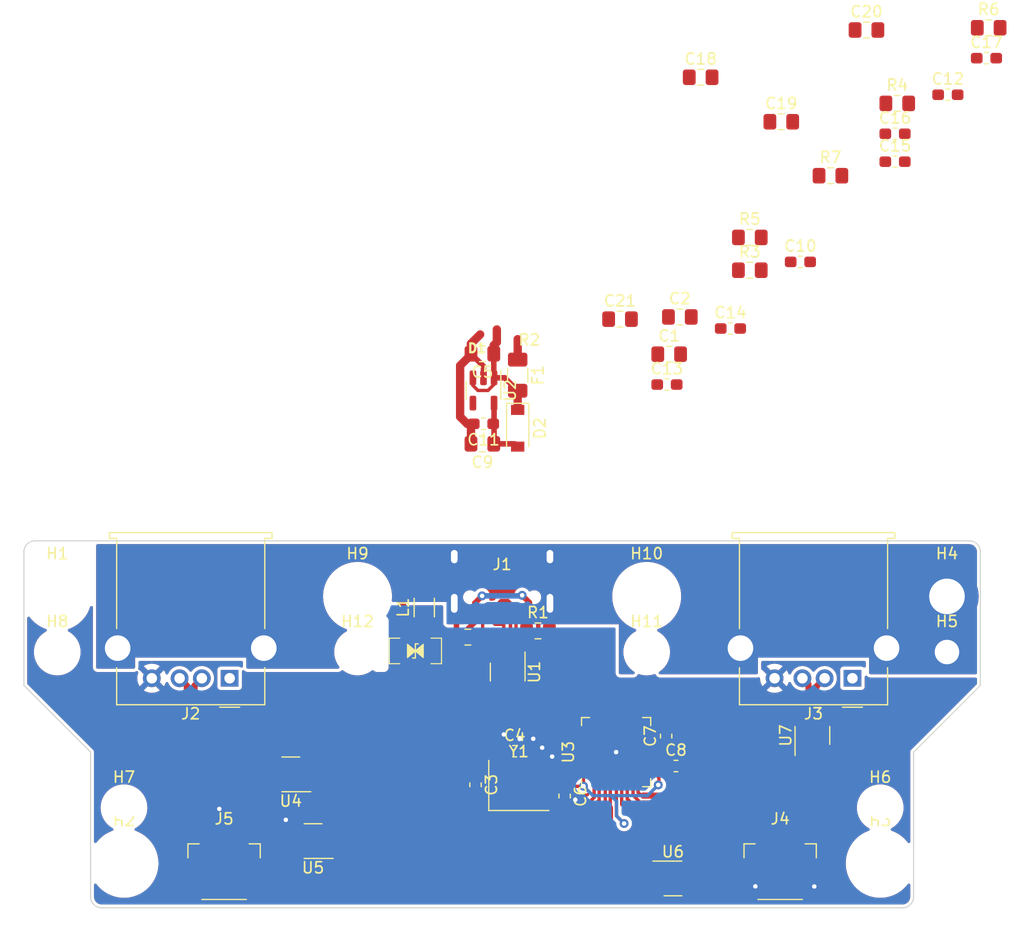
<source format=kicad_pcb>
(kicad_pcb (version 20210126) (generator pcbnew)
  (layers (0 "F.Cu" signal) (31 "B.Cu" signal) (34 "B.Paste" user) (35 "F.Paste" user) (36 "B.SilkS" user "B.Silkscreen") (37 "F.SilkS" user "F.Silkscreen") (38 "B.Mask" user) (39 "F.Mask" user) (44 "Edge.Cuts" user))
  (net 0 "")
  (net 1 "GND")
  (net 2 "+3V3")
  (net 3 "VCC")
  (net 4 "VBUS")
  (net 5 "GNDPWR")
  (net 6 "D1+")
  (net 7 "D1-")
  (net 8 "D2+")
  (net 9 "D2-")
  (net 11 "Net-(R5-Pad2)")
  (net 12 "Net-(R6-Pad2)")
  (net 13 "Net-(R7-Pad2)")
  (net 14 "Net-(C4-Pad2)")
  (net 15 "Net-(J1-PadB5)")
  (net 17 "Net-(J1-PadA5)")
  (net 27 "D4+")
  (net 28 "D4-")
  (net 29 "D3+")
  (net 30 "D3-")
  (net 35 "Net-(C3-Pad2)")
  (net 37 "DUP+")
  (net 38 "DUP-")
  (net 39 "DUPP-")
  (net 40 "DUPP+")
  (net 41 "D1P-")
  (net 42 "D1P+")
  (net 43 "D2P-")
  (net 44 "D2P+")
  (net 45 "D3P-")
  (net 46 "D3P+")
  (net 47 "D4P-")
  (net 48 "D4P+")
  (footprint "MountingHole:MountingHole_2.2mm_M2_ISO7380" (layer "F.Cu") (at -40 7)
    (fp_text reference "H8")
    (fp_text value "MountingHole")
  )
  (footprint "Diode_SMD:D_SOD-123" (layer "F.Cu") (at 1.4 -13.11875 -90)
    (fp_text reference "D2")
    (fp_text value "1N5819")
  )
  (footprint "Capacitor_SMD:C_0805_2012Metric_Pad1.15x1.40mm_HandSolder" (layer "F.Cu") (at 17.851792 -44.68)
    (fp_text reference "C18")
    (fp_text value "10u")
  )
  (footprint "Package_TO_SOT_SMD:SOT-23-6" (layer "F.Cu") (at -19 18 180)
    (fp_text reference "U4")
    (fp_text value "USBLC6-2SC6")
  )
  (footprint "Capacitor_SMD:C_0603_1608Metric_Pad1.05x0.95mm_HandSolder" (layer "F.Cu") (at 14.75 14.56 90)
    (fp_text reference "C7")
    (fp_text value "100nF")
  )
  (footprint "Inductor_SMD:L_1206_3216Metric" (layer "F.Cu") (at -7 3 90)
    (fp_text reference "L1")
    (fp_text value "60R@100MHz")
  )
  (footprint "Capacitor_SMD:C_0603_1608Metric_Pad1.05x0.95mm_HandSolder" (layer "F.Cu") (at -1.675 -13.51875 180)
    (fp_text reference "C11")
    (fp_text value "100nF")
  )
  (footprint "Connector_USB:USB_A_Molex_67643_Horizontal" (layer "F.Cu") (at -24.5 9.36 180)
    (fp_text reference "J2")
    (fp_text value "USB_A")
  )
  (footprint "MountingHole:MountingHole_2.2mm_M2_ISO7380" (layer "F.Cu") (at -13 7)
    (fp_text reference "H12")
    (fp_text value "MountingHole")
  )
  (footprint "MountingHole:MountingHole_2.2mm_M2_ISO7380" (layer "F.Cu") (at -34 21)
    (fp_text reference "H7")
    (fp_text value "MountingHole")
  )
  (footprint "Resistor_SMD:R_0805_2012Metric_Pad1.15x1.40mm_HandSolder" (layer "F.Cu") (at 43.751792 -49.13)
    (fp_text reference "R6")
    (fp_text value "56k")
  )
  (footprint "Package_TO_SOT_SMD:SOT-23-6" (layer "F.Cu") (at 27.9 14.5 90)
    (fp_text reference "U7")
    (fp_text value "USBLC6-2SC6")
  )
  (footprint "Capacitor_SMD:C_0603_1608Metric_Pad1.05x0.95mm_HandSolder" (layer "F.Cu") (at 43.551792 -46.4)
    (fp_text reference "C17")
    (fp_text value "100nF")
  )
  (footprint "Package_TO_SOT_SMD:SOT-23-6" (layer "F.Cu") (at -17 24 180)
    (fp_text reference "U5")
    (fp_text value "USBLC6-2SC6")
  )
  (footprint "MountingHole:MountingHole_2.2mm_M2_ISO7380" (layer "F.Cu") (at 13 7)
    (fp_text reference "H11")
    (fp_text value "MountingHole")
  )
  (footprint "Capacitor_SMD:C_0603_1608Metric_Pad1.05x0.95mm_HandSolder" (layer "F.Cu") (at 35.331792 -39.6)
    (fp_text reference "C16")
    (fp_text value "100nF")
  )
  (footprint "Capacitor_SMD:C_0805_2012Metric_Pad1.15x1.40mm_HandSolder" (layer "F.Cu") (at -1.775 -11.71875 180)
    (fp_text reference "C9")
    (fp_text value "1u")
  )
  (footprint "AcheronComponents:D_SOD-123_Bidirectional" (layer "F.Cu") (at -7.8 6.9)
    (fp_text reference "D1")
    (fp_text value "SMF9.0CA")
  )
  (footprint "Capacitor_SMD:C_0805_2012Metric_Pad1.15x1.40mm_HandSolder" (layer "F.Cu") (at 25.101792 -40.68)
    (fp_text reference "C19")
    (fp_text value "10u")
  )
  (footprint "MountingHole:MountingHole_2.2mm_M2_ISO7380" (layer "F.Cu") (at 34 21)
    (fp_text reference "H6")
    (fp_text value "MountingHole")
  )
  (footprint "MountingHole:MountingHole_3.2mm_M3_ISO7380" (layer "F.Cu") (at -13 2)
    (fp_text reference "H9")
    (fp_text value "MountingHole")
  )
  (footprint "Capacitor_SMD:C_0603_1608Metric_Pad1.05x0.95mm_HandSolder" (layer "F.Cu") (at 26.821792 -28.08)
    (fp_text reference "C10")
    (fp_text value "100nF")
  )
  (footprint "Package_DFN_QFN:QFN-36-1EP_6x6mm_P0.5mm_EP3.7x3.7mm" (layer "F.Cu") (at 10.25 16 90)
    (fp_text reference "U3")
    (fp_text value "USB2514B_Bi")
  )
  (footprint "MountingHole:MountingHole_3.2mm_M3_ISO7380" (layer "F.Cu") (at 34 26)
    (fp_text reference "H3")
    (fp_text value "MountingHole")
  )
  (footprint "Crystal:Crystal_SMD_3225-4Pin_3.2x2.5mm_HandSoldering" (layer "F.Cu") (at 1.5 19)
    (fp_text reference "Y1")
    (fp_text value "Crystal_GND24")
  )
  (footprint "Capacitor_SMD:C_0603_1608Metric_Pad1.05x0.95mm_HandSolder" (layer "F.Cu") (at 15.63 17.25)
    (fp_text reference "C8")
    (fp_text value "100nF")
  )
  (footprint "Capacitor_SMD:C_0603_1608Metric_Pad1.05x0.95mm_HandSolder" (layer "F.Cu") (at 14.821792 -17.05)
    (fp_text reference "C13")
    (fp_text value "100nF")
  )
  (footprint "Capacitor_SMD:C_0603_1608Metric_Pad1.05x0.95mm_HandSolder" (layer "F.Cu") (at 5.62 19.95 -90)
    (fp_text reference "C6")
    (fp_text value "100nF")
  )
  (footprint "Fuse:Fuse_1206_3216Metric" (layer "F.Cu") (at 1.4 -17.89375 -90)
    (fp_text reference "F1")
    (fp_text value "ASMD1206-150")
  )
  (footprint "Resistor_SMD:R_0805_2012Metric_Pad1.15x1.40mm_HandSolder" (layer "F.Cu") (at 22.271792 -30.28)
    (fp_text reference "R5")
    (fp_text value "12k")
  )
  (footprint "AcheronConnectors:SM04B-SRSS-TB(LF)(SN)" (layer "F.Cu") (at 25 25)
    (fp_text reference "J4")
    (fp_text value "SM04B-SRSS-TB(LF)(SN)")
  )
  (footprint "MountingHole:MountingHole_3.2mm_M3_ISO7380_Pad" (layer "F.Cu") (at 40 2)
    (fp_text reference "H4")
    (fp_text value "MountingHole_Pad")
  )
  (footprint "Package_TO_SOT_SMD:SOT-23-6" (layer "F.Cu") (at 15.3625 27.36)
    (fp_text reference "U6")
    (fp_text value "USBLC6-2SC6")
  )
  (footprint "Connector_USB:USB_A_Molex_67643_Horizontal" (layer "F.Cu") (at 31.5 9.36 180)
    (fp_text reference "J3")
    (fp_text value "USB_A")
  )
  (footprint "MountingHole:MountingHole_2.2mm_M2_ISO7380_Pad" (layer "F.Cu") (at 40 7)
    (fp_text reference "H5")
    (fp_text value "MountingHole_Pad")
  )
  (footprint "Capacitor_SMD:C_0805_2012Metric_Pad1.15x1.40mm_HandSolder" (layer "F.Cu") (at 15.021792 -19.78)
    (fp_text reference "C1")
    (fp_text value "10u")
  )
  (footprint "Capacitor_SMD:C_0603_1608Metric_Pad1.05x0.95mm_HandSolder" (layer "F.Cu") (at 40.081792 -43.11)
    (fp_text reference "C12")
    (fp_text value "100nF")
  )
  (footprint "MountingHole:MountingHole_3.2mm_M3_ISO7380" (layer "F.Cu") (at -40 2)
    (fp_text reference "H1")
    (fp_text value "MountingHole")
  )
  (footprint "AcheronConnectors:TYPE-C-31-M-12" (layer "F.Cu") (at 0 4.1225 180)
    (fp_text reference "J1")
    (fp_text value "TYPE-C-31-M12_13")
  )
  (footprint "Resistor_SMD:R_0805_2012Metric_Pad1.15x1.40mm_HandSolder" (layer "F.Cu") (at -3.08 5.66 180)
    (fp_text reference "R2")
    (fp_text value "5.1k")
  )
  (footprint "Package_TO_SOT_SMD:SOT-23-5" (layer "F.Cu") (at -1.675 -16.51875 -90)
    (fp_text reference "U2")
    (fp_text value "AP2112K-3.3")
  )
  (footprint "Capacitor_SMD:C_0603_1608Metric_Pad1.05x0.95mm_HandSolder" (layer "F.Cu") (at 1.13 15.92)
    (fp_text reference "C4")
    (fp_text value "18pF")
  )
  (footprint "MountingHole:MountingHole_3.2mm_M3_ISO7380" (layer "F.Cu") (at 13 2)
    (fp_text reference "H10")
    (fp_text value "MountingHole")
  )
  (footprint "Capacitor_SMD:C_0603_1608Metric_Pad1.05x0.95mm_HandSolder" (layer "F.Cu") (at -2.39 18.94 -90)
    (fp_text reference "C3")
    (fp_text value "18pF")
  )
  (footprint "Capacitor_SMD:C_0603_1608Metric_Pad1.05x0.95mm_HandSolder" (layer "F.Cu") (at 20.531792 -22.09)
    (fp_text reference "C14")
    (fp_text value "100nF")
  )
  (footprint "Capacitor_SMD:C_0603_1608Metric_Pad1.05x0.95mm_HandSolder" (layer "F.Cu") (at 35.331792 -37.09)
    (fp_text reference "C15")
    (fp_text value "100nF")
  )
  (footprint "Capacitor_SMD:C_0805_2012Metric_Pad1.15x1.40mm_HandSolder" (layer "F.Cu") (at 32.761792 -48.93)
    (fp_text reference "C20")
    (fp_text value "10u")
  )
  (footprint "Capacitor_SMD:C_0805_2012Metric_Pad1.15x1.40mm_HandSolder" (layer "F.Cu") (at 10.601792 -22.93)
    (fp_text reference "C21")
    (fp_text value "10u")
  )
  (footprint "Resistor_SMD:R_0805_2012Metric_Pad1.15x1.40mm_HandSolder" (layer "F.Cu") (at 3.225 5.1)
    (fp_text reference "R1")
    (fp_text value "5.1k")
  )
  (footprint "Package_TO_SOT_SMD:SOT-23-6" (layer "F.Cu") (at 0.5 8.8 -90)
    (fp_text reference "U1")
    (fp_text value "USBLC6-2SC6")
  )
  (footprint "Resistor_SMD:R_0805_2012Metric_Pad1.15x1.40mm_HandSolder" (layer "F.Cu") (at 22.271792 -27.33)
    (fp_text reference "R3")
    (fp_text value "100k")
  )
  (footprint "Capacitor_SMD:C_0805_2012Metric_Pad1.15x1.40mm_HandSolder" (layer "F.Cu") (at -1.775 -19.81875 180)
    (fp_text reference "C5")
    (fp_text value "1u")
  )
  (footprint "AcheronConnectors:SM04B-SRSS-TB(LF)(SN)" (layer "F.Cu") (at -25 25)
    (fp_text reference "J5")
    (fp_text value "SM04B-SRSS-TB(LF)(SN)")
  )
  (footprint "MountingHole:MountingHole_3.2mm_M3_ISO7380" (layer "F.Cu") (at -34 26)
    (fp_text reference "H2")
    (fp_text value "MountingHole")
  )
  (footprint "Capacitor_SMD:C_0805_2012Metric_Pad1.15x1.40mm_HandSolder" (layer "F.Cu") (at 15.981792 -23.13)
    (fp_text reference "C2")
    (fp_text value "10u")
  )
  (footprint "Resistor_SMD:R_0805_2012Metric_Pad1.15x1.40mm_HandSolder" (layer "F.Cu") (at 29.521792 -35.83)
    (fp_text reference "R7")
    (fp_text value "56k")
  )
  (footprint "Resistor_SMD:R_0805_2012Metric_Pad1.15x1.40mm_HandSolder" (layer "F.Cu") (at 35.531792 -42.33)
    (fp_text reference "R4")
    (fp_text value "1M")
  )
  (gr_arc (start -42 -2) (end -43 -2) (angle 90) (layer "Edge.Cuts") (width 0.1))
  (gr_arc (start 42 -2) (end 43 -2) (angle -90) (layer "Edge.Cuts") (width 0.1))
  (gr_line (start 42 -3) (end -42 -3) (layer "Edge.Cuts") (width 0.1))
  (gr_line (start -37 16) (end -37 29) (layer "Edge.Cuts") (width 0.1))
  (gr_line (start -43 -2) (end -43 10) (layer "Edge.Cuts") (width 0.1))
  (gr_arc (start -36 29) (end -36 30) (angle 90) (layer "Edge.Cuts") (width 0.1))
  (gr_line (start 37 16) (end 37 29) (layer "Edge.Cuts") (width 0.1))
  (gr_line (start 43 10) (end 37 16) (layer "Edge.Cuts") (width 0.1))
  (gr_arc (start 36 29) (end 37 29) (angle 90) (layer "Edge.Cuts") (width 0.1))
  (gr_line (start 36 30) (end -36 30) (layer "Edge.Cuts") (width 0.1))
  (gr_line (start -43 10) (end -37 16) (layer "Edge.Cuts") (width 0.1))
  (gr_line (start 43 -2) (end 43 10) (layer "Edge.Cuts") (width 0.1))
  (segment (start -7.5 7.5) (end -7.5 5.075) (width 0.75) (layer "F.Cu") (net 1))
  (segment (start -2.8 -19.73125) (end -3.775 -18.75625) (width 0.75) (layer "F.Cu") (net 1))
  (segment (start -3.1375 -13.51875) (end -2.55 -13.51875) (width 0.75) (layer "F.Cu") (net 1))
  (segment (start -3.775 -18.75625) (end -3.775 -14.15625) (width 0.75) (layer "F.Cu") (net 1))
  (segment (start -2.8 -20.73125) (end -1.975 -21.55625) (width 0.75) (layer "F.Cu") (net 1))
  (segment (start 10.25 16) (end 10.25 15.45) (width 0.5) (layer "F.Cu") (net 1))
  (segment (start -1.675 -18.69375) (end -2.8 -19.81875) (width 0.5) (layer "F.Cu") (net 1))
  (segment (start -2.8 -19.81875) (end -2.8 -19.73125) (width 0.75) (layer "F.Cu") (net 1))
  (segment (start -1.675 -17.65625) (end -1.675 -18.69375) (width 0.5) (layer "F.Cu") (net 1))
  (segment (start -7.5 5.075) (end -7 4.575) (width 0.75) (layer "F.Cu") (net 1))
  (segment (start -2.8 -13.26875) (end -2.55 -13.51875) (width 0.75) (layer "F.Cu") (net 1))
  (segment (start 10.25 15.45) (end 10.3 15.4) (width 0.5) (layer "F.Cu") (net 1))
  (segment (start -2.8 -19.81875) (end -2.8 -20.73125) (width 0.75) (layer "F.Cu") (net 1))
  (segment (start -2.8 -11.71875) (end -2.8 -13.26875) (width 0.75) (layer "F.Cu") (net 1))
  (segment (start -3.775 -14.15625) (end -3.1375 -13.51875) (width 0.75) (layer "F.Cu") (net 1))
  (segment (start 10.25 16) (end 13.15 13.1) (width 0.3) (layer "F.Cu") (net 1))
  (via (at -19.45 22.09) (size 0.8) (drill 0.4) (layers "F.Cu" "B.Cu") (net 1))
  (via (at 3.6 15.6) (size 0.8) (drill 0.4) (layers "F.Cu" "B.Cu") (net 1))
  (via (at 10.25 16) (size 0.8) (drill 0.4) (layers "F.Cu" "B.Cu") (net 1))
  (via (at 22.77 28.07) (size 0.8) (drill 0.4) (layers "F.Cu" "B.Cu") (net 1))
  (via (at 4.5 16.4) (size 0.8) (drill 0.4) (layers "F.Cu" "B.Cu") (net 1))
  (via (at -25.43 21.11) (size 0.8) (drill 0.4) (layers "F.Cu" "B.Cu") (net 1))
  (via (at 2.8 14.8) (size 0.8) (drill 0.4) (layers "F.Cu" "B.Cu") (net 1))
  (via (at 6.58 20.29) (size 0.8) (drill 0.4) (layers "F.Cu" "B.Cu") (net 1))
  (via (at 1.58 14.82) (size 0.8) (drill 0.4) (layers "F.Cu" "B.Cu") (net 1))
  (via (at 0.16 14.41) (size 0.8) (drill 0.4) (layers "F.Cu" "B.Cu") (net 1))
  (via (at 28.07 28.08) (size 0.8) (drill 0.4) (layers "F.Cu" "B.Cu") (net 1))
  (segment (start 10.25 18.9375) (end 10.27862 18.96612) (width 0.3) (layer "F.Cu") (net 2))
  (segment (start 14.1 18.89) (end 14.04 18.95) (width 0.3) (layer "F.Cu") (net 2))
  (segment (start 13.81 18) (end 14.1 18.29) (width 0.3) (layer "F.Cu") (net 2))
  (segment (start 7.305 19.075) (end 7.32 19.06) (width 0.3) (layer "F.Cu") (net 2))
  (segment (start 13.1875 18) (end 13.81 18) (width 0.3) (layer "F.Cu") (net 2))
  (segment (start 13.955 15.435) (end 14.75 15.435) (width 0.3) (layer "F.Cu") (net 2))
  (segment (start 14.39 17.42) (end 13.81 18) (width 0.3) (layer "F.Cu") (net 2))
  (segment (start -0.725 -15.38125) (end -0.725 -11.74375) (width 0.5) (layer "F.Cu") (net 2))
  (segment (start 7.3125 19.0525) (end 7.32 19.06) (width 0.3) (layer "F.Cu") (net 2))
  (segment (start 5.62 19.075) (end 7.305 19.075) (width 0.3) (layer "F.Cu") (net 2))
  (segment (start 10.27862 21.72862) (end 10.97 22.42) (width 0.3) (layer "F.Cu") (net 2))
  (segment (start -0.75 -11.71875) (end 1.15 -11.71875) (width 0.5) (layer "F.Cu") (net 2))
  (segment (start 14.755 17.25) (end 14.755 15.44) (width 0.5) (layer "F.Cu") (net 2))
  (segment (start 13.89 15.5) (end 13.955 15.435) (width 0.3) (layer "F.Cu") (net 2))
  (segment (start 7.3125 18) (end 7.3125 19.0525) (width 0.3) (layer "F.Cu") (net 2))
  (segment (start -0.725 -11.74375) (end -0.75 -11.71875) (width 0.5) (layer "F.Cu") (net 2))
  (segment (start 14.1 18.29) (end 14.1 18.89) (width 0.3) (layer "F.Cu") (net 2))
  (segment (start 14.755 15.44) (end 14.75 15.435) (width 0.5) (layer "F.Cu") (net 2))
  (segment (start 13.1875 15.5) (end 13.89 15.5) (width 0.3) (layer "F.Cu") (net 2))
  (segment (start 10.27862 18.96612) (end 10.27862 21.72862) (width 0.3) (layer "F.Cu") (net 2))
  (via (at 10.97 22.42) (size 0.8) (drill 0.4) (layers "F.Cu" "B.Cu") (net 2))
  (via (at 14.04 18.95) (size 0.8) (drill 0.4) (layers "F.Cu" "B.Cu") (net 2))
  (via (at 7.32 19.06) (size 0.8) (drill 0.4) (layers "F.Cu" "B.Cu") (net 2))
  (segment (start 8.17 19.91) (end 9.78 19.91) (width 0.3) (layer "B.Cu") (net 2))
  (segment (start 7.32 19.06) (end 8.17 19.91) (width 0.3) (layer "B.Cu") (net 2))
  (segment (start 10.29 21.74) (end 10.97 22.42) (width 0.3) (layer "B.Cu") (net 2))
  (segment (start 13.08 19.91) (end 14.04 18.95) (width 0.3) (layer "B.Cu") (net 2))
  (segment (start 9.78 19.91) (end 13.08 19.91) (width 0.3) (layer "B.Cu") (net 2))
  (segment (start 9.78 19.91) (end 10.29 20.42) (width 0.3) (layer "B.Cu") (net 2))
  (segment (start 10.29 20.42) (end 10.29 21.74) (width 0.3) (layer "B.Cu") (net 2))
  (segment (start -0.75 -20.58125) (end -0.475 -20.85625) (width 0.75) (layer "F.Cu") (net 3))
  (segment (start -0.725 -17.65625) (end 0.2375 -17.65625) (width 0.5) (layer "F.Cu") (net 3))
  (segment (start -0.725 -17.06875) (end -0.725 -17.65625) (width 0.3) (layer "F.Cu") (net 3))
  (segment (start -0.75 -17.68125) (end -0.725 -17.65625) (width 0.5) (layer "F.Cu") (net 3))
  (segment (start -0.75 -19.81875) (end -0.75 -17.68125) (width 0.5) (layer "F.Cu") (net 3))
  (segment (start 0.2375 -17.65625) (end 1.4 -16.49375) (width 0.5) (layer "F.Cu") (net 3))
  (segment (start -26.5 24.225) (end -26.5 20.91) (width 0.5) (layer "F.Cu") (net 3))
  (segment (start -0.475 -20.85625) (end -0.475 -22.00625) (width 0.75) (layer "F.Cu") (net 3))
  (segment (start -25.37 19.78) (end -21.3 19.78) (width 0.5) (layer "F.Cu") (net 3))
  (segment (start -17 23.38) (end -17 22.2) (width 0.3) (layer "F.Cu") (net 3))
  (segment (start -2.625 -17.65625) (end -2.625 -16.96875) (width 0.3) (layer "F.Cu") (net 3))
  (segment (start -18.18 21.02) (end -17 22.2) (width 0.5) (layer "F.Cu") (net 3))
  (segment (start -2.175 -16.51875) (end -1.275 -16.51875) (width 0.3) (layer "F.Cu") (net 3))
  (segment (start -1.275 -16.51875) (end -0.725 -17.06875) (width 0.3) (layer "F.Cu") (net 3))
  (segment (start -0.75 -19.81875) (end -0.75 -20.58125) (width 0.75) (layer "F.Cu") (net 3))
  (segment (start -20.06 21.02) (end -18.18 21.02) (width 0.5) (layer "F.Cu") (net 3))
  (segment (start -6 7.05) (end -6.15 6.9) (width 0.75) (layer "F.Cu") (net 3))
  (segment (start -26.5 20.91) (end -25.37 19.78) (width 0.5) (layer "F.Cu") (net 3))
  (segment (start -21.3 19.78) (end -20.06 21.02) (width 0.5) (layer "F.Cu") (net 3))
  (segment (start 1.4 -14.76875) (end 1.4 -16.49375) (width 0.75) (layer "F.Cu") (net 3))
  (segment (start -17.62 24) (end -17 23.38) (width 0.3) (layer "F.Cu") (net 3))
  (segment (start -18.1375 24) (end -17.62 24) (width 0.3) (layer "F.Cu") (net 3))
  (segment (start -2.625 -16.96875) (end -2.175 -16.51875) (width 0.3) (layer "F.Cu") (net 3))
  (segment (start 1.4 -19.29375) (end 1.4 -21.13125) (width 0.75) (layer "F.Cu") (net 4))
  (segment (start 2.45 2.55) (end 1.8 1.9) (width 0.5) (layer "F.Cu") (net 4))
  (segment (start -2.75 7.2) (end -2.675 7.2) (width 0.5) (layer "F.Cu") (net 4))
  (segment (start 2.45 3.3975) (end 2.45 2.55) (width 0.5) (layer "F.Cu") (net 4))
  (segment (start -1.075 8.8) (end -1 8.8) (width 0.5) (layer "F.Cu") (net 4))
  (segment (start 0 8.8) (end -1 8.8) (width 0.4) (layer "F.Cu") (net 4))
  (segment (start -2.675 7.2) (end -1.775 8.1) (width 0.5) (layer "F.Cu") (net 4))
  (segment (start -2.675 7.2) (end -1.075 8.8) (width 0.5) (layer "F.Cu") (net 4))
  (segment (start -2.45 3.3975) (end -2.45 4.3) (width 0.5) (layer "F.Cu") (net 4))
  (segment (start 0.5 9.3) (end 0 8.8) (width 0.4) (layer "F.Cu") (net 4))
  (segment (start -2.45 3.3975) (end -2.45 2.6) (width 0.5) (layer "F.Cu") (net 4))
  (segment (start -3.06242 4.91242) (end -3.06242 6.88758) (width 0.5) (layer "F.Cu") (net 4))
  (segment (start -3.06242 6.88758) (end -2.75 7.2) (width 0.5) (layer "F.Cu") (net 4))
  (segment (start -2.45 4.3) (end -3.06242 4.91242) (width 0.5) (layer "F.Cu") (net 4))
  (segment (start -2.45 2.6) (end -1.8 1.95) (width 0.5) (layer "F.Cu") (net 4))
  (segment (start 0.5 9.9375) (end 0.5 9.3) (width 0.4) (layer "F.Cu") (net 4))
  (segment (start -4.125 7.925) (end -3.4 7.2) (width 0.75) (layer "F.Cu") (net 4))
  (segment (start -3.4 7.2) (end -2.75 7.2) (width 0.75) (layer "F.Cu") (net 4))
  (via (at 1.8 1.9) (size 0.8) (drill 0.4) (layers "F.Cu" "B.Cu") (net 4))
  (via (at -1.8 1.95) (size 0.8) (drill 0.4) (layers "F.Cu" "B.Cu") (net 4))
  (segment (start -1.8 1.95) (end 1.75 1.95) (width 0.5) (layer "B.Cu") (net 4))
  (segment (start 1.75 1.95) (end 1.8 1.9) (width 0.5) (layer "B.Cu") (net 4))
  (segment (start -3.575 3.7225) (end -3.25 3.3975) (width 0.5) (layer "F.Cu") (net 5))
  (segment (start 0.5 8.4) (end 0.9 8.8) (width 0.4) (layer "F.Cu") (net 5))
  (segment (start 0.5 7.6625) (end 0.5 8.4) (width 0.4) (layer "F.Cu") (net 5))
  (segment (start -9 4.2) (end -9 2.1) (width 0.75) (layer "F.Cu") (net 5))
  (segment (start 2.2 8.8) (end 3.25 7.75) (width 0.4) (layer "F.Cu") (net 5))
  (segment (start -4.105 5.66) (end -4.105 2.8175) (width 0.5) (layer "F.Cu") (net 5))
  (segment (start -9.45 6.9) (end -9.45 4.65) (width 0.75) (layer "F.Cu") (net 5))
  (segment (start -9 2.1) (end -9.2 1.9) (width 0.75) (layer "F.Cu") (net 5))
  (segment (start -9.45 4.65) (end -9 4.2) (width 0.75) (layer "F.Cu") (net 5))
  (segment (start 3.25 7.75) (end 3.25 3.3975) (width 0.4) (layer "F.Cu") (net 5))
  (segment (start 3.25 7.75) (end 3.25 7.33) (width 0.4) (layer "F.Cu") (net 5))
  (segment (start 0.9 8.8) (end 2.2 8.8) (width 0.4) (layer "F.Cu") (net 5))
  (segment (start -4.105 2.8175) (end -4.3 2.6225) (width 0.5) (layer "F.Cu") (net 5))
  (segment (start -20.889176 18.72742) (end -20.36008 18.72742) (width 0.55) (layer "F.Cu") (net 6))
  (segment (start -29 9.36) (end -28.3512 10.0088) (width 0.55) (layer "F.Cu") (net 6))
  (segment (start -21.265396 18.3512) (end -20.889176 18.72742) (width 0.55) (layer "F.Cu") (net 6))
  (segment (start -22.445472 18.3512) (end -21.265396 18.3512) (width 0.55) (layer "F.Cu") (net 6))
  (segment (start -28.3512 10.0088) (end -28.3512 12.445472) (width 0.55) (layer "F.Cu") (net 6))
  (segment (start -28.3512 12.445472) (end -22.445472 18.3512) (width 0.55) (layer "F.Cu") (net 6))
  (segment (start -20.36008 18.72742) (end -20.1375 18.95) (width 0.55) (layer "F.Cu") (net 6))
  (segment (start -27.6488 12.154528) (end -22.154528 17.6488) (width 0.55) (layer "F.Cu") (net 7))
  (segment (start -20.889176 17.27258) (end -20.36008 17.27258) (width 0.55) (layer "F.Cu") (net 7))
  (segment (start -20.36008 17.27258) (end -20.1375 17.05) (width 0.55) (layer "F.Cu") (net 7))
  (segment (start -21.265396 17.6488) (end -20.889176 17.27258) (width 0.55) (layer "F.Cu") (net 7))
  (segment (start -22.154528 17.6488) (end -21.265396 17.6488) (width 0.55) (layer "F.Cu") (net 7))
  (segment (start -27 9.36) (end -27.6488 10.0088) (width 0.55) (layer "F.Cu") (net 7))
  (segment (start -27.6488 10.0088) (end -27.6488 12.154528) (width 0.55) (layer "F.Cu") (net 7))
  (segment (start -19.845472 24.3512) (end -19.22742 24.3512) (width 0.55) (layer "F.Cu") (net 8))
  (segment (start -18.889176 24.72742) (end -18.36008 24.72742) (width 0.55) (layer "F.Cu") (net 8))
  (segment (start -23.954528 21.9512) (end -22.245472 21.9512) (width 0.55) (layer "F.Cu") (net 8))
  (segment (start -19.22742 24.3512) (end -19.22742 24.389176) (width 0.55) (layer "F.Cu") (net 8))
  (segment (start -24.6488 22.913699) (end -24.6488 22.645472) (width 0.55) (layer "F.Cu") (net 8))
  (segment (start -24.5 23.062499) (end -24.6488 22.913699) (width 0.55) (layer "F.Cu") (net 8))
  (segment (start -18.36008 24.72742) (end -18.1375 24.95) (width 0.55) (layer "F.Cu") (net 8))
  (segment (start -24.6488 22.645472) (end -23.954528 21.9512) (width 0.55) (layer "F.Cu") (net 8))
  (segment (start -22.245472 21.9512) (end -19.845472 24.3512) (width 0.55) (layer "F.Cu") (net 8))
  (segment (start -19.22742 24.389176) (end -18.889176 24.72742) (width 0.55) (layer "F.Cu") (net 8))
  (segment (start -24.5 24.225) (end -24.5 23.062499) (width 0.55) (layer "F.Cu") (net 8))
  (segment (start -24.245472 21.2488) (end -21.954528 21.2488) (width 0.55) (layer "F.Cu") (net 9))
  (segment (start -25.5 23.062499) (end -25.3512 22.913699) (width 0.55) (layer "F.Cu") (net 9))
  (segment (start -18.889176 23.27258) (end -18.36008 23.27258) (width 0.55) (layer "F.Cu") (net 9))
  (segment (start -25.3512 22.354528) (end -24.245472 21.2488) (width 0.55) (layer "F.Cu") (net 9))
  (segment (start -19.22742 23.6488) (end -19.22742 23.610824) (width 0.55) (layer "F.Cu") (net 9))
  (segment (start -25.5 24.225) (end -25.5 23.062499) (width 0.55) (layer "F.Cu") (net 9))
  (segment (start -21.954528 21.2488) (end -19.554528 23.6488) (width 0.55) (layer "F.Cu") (net 9))
  (segment (start -19.22742 23.610824) (end -18.889176 23.27258) (width 0.55) (layer "F.Cu") (net 9))
  (segment (start -25.3512 22.913699) (end -25.3512 22.354528) (width 0.55) (layer "F.Cu") (net 9))
  (segment (start -19.554528 23.6488) (end -19.22742 23.6488) (width 0.55) (layer "F.Cu") (net 9))
  (segment (start -18.36008 23.27258) (end -18.1375 23.05) (width 0.55) (layer "F.Cu") (net 9))
  (segment (start 2.95 17.85) (end 4.15 17.85) (width 0.3) (layer "F.Cu") (net 14))
  (segment (start 7.26492 16.04758) (end 7.3125 16) (width 0.3) (layer "F.Cu") (net 14))
  (segment (start 2.95 16.865) (end 2.005 15.92) (width 0.5) (layer "F.Cu") (net 14))
  (segment (start 4.15 17.85) (end 5.9 16.1) (width 0.3) (layer "F.Cu") (net 14))
  (segment (start 2.95 17.85) (end 2.95 16.865) (width 0.5) (layer "F.Cu") (net 14))
  (segment (start 5.9 16.1) (end 6.644108 16.1) (width 0.3) (layer "F.Cu") (net 14))
  (segment (start 6.644108 16.1) (end 6.696528 16.04758) (width 0.3) (layer "F.Cu") (net 14))
  (segment (start 6.696528 16.04758) (end 7.26492 16.04758) (width 0.3) (layer "F.Cu") (net 14))
  (segment (start -1.75 5.355) (end -2.055 5.66) (width 0.3) (layer "F.Cu") (net 15))
  (segment (start -1.75 3.3975) (end -1.75 5.355) (width 0.3) (layer "F.Cu") (net 15))
  (segment (start 1.5 5.1) (end 2.2 5.1) (width 0.3) (layer "F.Cu") (net 17))
  (segment (start 1.25 4.85) (end 1.5 5.1) (width 0.3) (layer "F.Cu") (net 17))
  (segment (start 1.25 3.3975) (end 1.25 4.85) (width 0.3) (layer "F.Cu") (net 17))
  (segment (start 27.5488 9.9088) (end 27 9.36) (width 0.55) (layer "F.Cu") (net 27))
  (segment (start 27.5488 12.27258) (end 27.5488 9.9088) (width 0.55) (layer "F.Cu") (net 27))
  (segment (start 26.95 13.3625) (end 27.17258 13.13992) (width 0.55) (layer "F.Cu") (net 27))
  (segment (start 27.17258 12.610824) (end 27.510824 12.27258) (width 0.55) (layer "F.Cu") (net 27))
  (segment (start 27.17258 13.13992) (end 27.17258 12.610824) (width 0.55) (layer "F.Cu") (net 27))
  (segment (start 27.510824 12.27258) (end 27.5488 12.27258) (width 0.55) (layer "F.Cu") (net 27))
  (segment (start 28.62742 13.13992) (end 28.62742 12.610824) (width 0.55) (layer "F.Cu") (net 28))
  (segment (start 28.85 13.3625) (end 28.62742 13.13992) (width 0.55) (layer "F.Cu") (net 28))
  (segment (start 28.2512 12.27258) (end 28.2512 10.1088) (width 0.55) (layer "F.Cu") (net 28))
  (segment (start 28.289176 12.27258) (end 28.2512 12.27258) (width 0.55) (layer "F.Cu") (net 28))
  (segment (start 28.62742 12.610824) (end 28.289176 12.27258) (width 0.55) (layer "F.Cu") (net 28))
  (segment (start 28.2512 10.1088) (end 29 9.36) (width 0.55) (layer "F.Cu") (net 28))
  (segment (start 17.58992 26.970824) (end 17.251676 26.63258) (width 0.55) (layer "F.Cu") (net 29))
  (segment (start 25.5 24.225) (end 25.5 23.75) (width 0.55) (layer "F.Cu") (net 29))
  (segment (start 16.72258 26.63258) (end 16.5 26.41) (width 0.55) (layer "F.Cu") (net 29))
  (segment (start 25.3512 23.6012) (end 25.3512 22.744528) (width 0.55) (layer "F.Cu") (net 29))
  (segment (start 17.58992 27.0088) (end 17.58992 26.970824) (width 0.55) (layer "F.Cu") (net 29))
  (segment (start 24.335472 21.7288) (end 19.864528 21.7288) (width 0.55) (layer "F.Cu") (net 29))
  (segment (start 25.5 23.75) (end 25.3512 23.6012) (width 0.55) (layer "F.Cu") (net 29))
  (segment (start 17.251676 26.63258) (end 16.72258 26.63258) (width 0.55) (layer "F.Cu") (net 29))
  (segment (start 19.0888 26.344528) (end 18.424528 27.0088) (width 0.55) (layer "F.Cu") (net 29))
  (segment (start 25.3512 22.744528) (end 24.335472 21.7288) (width 0.55) (layer "F.Cu") (net 29))
  (segment (start 19.0888 22.504528) (end 19.0888 26.344528) (width 0.55) (layer "F.Cu") (net 29))
  (segment (start 19.864528 21.7288) (end 19.0888 22.504528) (width 0.55) (layer "F.Cu") (net 29))
  (segment (start 16.72258 28.08742) (end 17.251676 28.08742) (width 0.55) (layer "F.Cu") (net 30))
  (segment (start 20.6 24.8) (end 20.4 24.6) (width 0.55) (layer "F.Cu") (net 30))
  (segment (start 18.715472 27.7112) (end 19.7912 26.635472) (width 0.55) (layer "F.Cu") (net 30))
  (segment (start 20.4 25.6) (end 20.6 25.4) (width 0.55) (layer "F.Cu") (net 30))
  (segment (start 19.7912 24.3912) (end 19.7912 22.795472) (width 0.55) (layer "F.Cu") (net 30))
  (segment (start 16.5 28.31) (end 16.72258 28.08742) (width 0.55) (layer "F.Cu") (net 30))
  (segment (start 19.76622 22.820452) (end 19.7912 22.795472) (width 0.5) (layer "F.Cu") (net 30))
  (segment (start 19.7912 26.635472) (end 19.7912 25.8088) (width 0.55) (layer "F.Cu") (net 30))
  (segment (start 20 25.6) (end 20.4 25.6) (width 0.55) (layer "F.Cu") (net 30))
  (segment (start 19.7912 22.795472) (end 20.155472 22.4312) (width 0.55) (layer "F.Cu") (net 30))
  (segment (start 20.155472 22.4312) (end 24.044528 22.4312) (width 0.55) (layer "F.Cu") (net 30))
  (segment (start 17.251676 28.08742) (end 17.58992 27.749176) (width 0.55) (layer "F.Cu") (net 30))
  (segment (start 19.7912 25.8088) (end 20 25.6) (width 0.55) (layer "F.Cu") (net 30))
  (segment (start 24.5 23.75) (end 24.5 24.225) (width 0.55) (layer "F.Cu") (net 30))
  (segment (start 24.6488 23.6012) (end 24.5 23.75) (width 0.55) (layer "F.Cu") (net 30))
  (segment (start 24.044528 22.4312) (end 24.6488 23.035472) (width 0.55) (layer "F.Cu") (net 30))
  (segment (start 20 24.6) (end 20.4 24.6) (width 0.55) (layer "F.Cu") (net 30))
  (segment (start 20.6 25.4) (end 20.6 24.8) (width 0.55) (layer "F.Cu") (net 30))
  (segment (start 20 24.6) (end 19.7912 24.3912) (width 0.55) (layer "F.Cu") (net 30))
  (segment (start 24.6488 23.035472) (end 24.6488 23.6012) (width 0.55) (layer "F.Cu") (net 30))
  (segment (start 17.58992 27.749176) (end 17.58992 27.7112) (width 0.55) (layer "F.Cu") (net 30))
  (segment (start 4.58 18.12) (end 6.14758 16.55242) (width 0.3) (layer "F.Cu") (net 35))
  (segment (start 4.58 21.15) (end 4.58 18.12) (width 0.3) (layer "F.Cu") (net 35))
  (segment (start 7.3125 16.5) (end 6.883926 16.5) (width 0.3) (layer "F.Cu") (net 35))
  (segment (start 1.62 21.52) (end 4.21 21.52) (width 0.3) (layer "F.Cu") (net 35))
  (segment (start 4.21 21.52) (end 4.58 21.15) (width 0.3) (layer "F.Cu") (net 35))
  (segment (start -0.285 19.815) (end 0.05 20.15) (width 0.5) (layer "F.Cu") (net 35))
  (segment (start 0.05 20.15) (end 0.25 20.15) (width 0.3) (layer "F.Cu") (net 35))
  (segment (start 6.14758 16.55242) (end 6.831506 16.55242) (width 0.3) (layer "F.Cu") (net 35))
  (segment (start 0.25 20.15) (end 1.62 21.52) (width 0.3) (layer "F.Cu") (net 35))
  (segment (start -2.39 19.815) (end -0.285 19.815) (width 0.5) (layer "F.Cu") (net 35))
  (segment (start 4.58 18.12) (end 5.7 17) (width 0.3) (layer "F.Cu") (net 35))
  (segment (start 0.110824 6.57258) (end 0.1488 6.57258) (width 0.55) (layer "F.Cu") (net 37))
  (segment (start 0.09 4.51) (end -0.63 4.51) (width 0.3) (layer "F.Cu") (net 37))
  (segment (start 0.1488 5.2612) (end 0.1488 4.5688) (width 0.3) (layer "F.Cu") (net 37))
  (segment (start 0.1488 6.57258) (end 0.1488 5.2612) (width 0.55) (layer "F.Cu") (net 37))
  (segment (start 0.1488 4.5688) (end 0.09 4.51) (width 0.3) (layer "F.Cu") (net 37))
  (segment (start -0.63 4.51) (end -0.75 4.39) (width 0.3) (layer "F.Cu") (net 37))
  (segment (start -0.22742 6.910824) (end 0.110824 6.57258) (width 0.55) (layer "F.Cu") (net 37))
  (segment (start 0.1488 5.2612) (end 0.15 5.26) (width 0.55) (layer "F.Cu") (net 37))
  (segment (start 0.254 3.3975) (end 0.254 4.346) (width 0.3) (layer "F.Cu") (net 37))
  (segment (start -0.75 3.3975) (end -0.75 4.39) (width 0.3) (layer "F.Cu") (net 37))
  (segment (start -0.45 7.6625) (end -0.22742 7.43992) (width 0.55) (layer "F.Cu") (net 37))
  (segment (start 0.254 4.346) (end 0.09 4.51) (width 0.3) (layer "F.Cu") (net 37))
  (segment (start -0.22742 7.43992) (end -0.22742 6.910824) (width 0.55) (layer "F.Cu") (net 37))
  (segment (start 0.75 5.177581) (end 0.75 3.3975) (width 0.3) (layer "F.Cu") (net 38))
  (segment (start -0.25 2.52) (end -0.10248 2.37248) (width 0.3) (layer "F.Cu") (net 38))
  (segment (start 0.889176 6.57258) (end 0.8512 6.57258) (width 0.55) (layer "F.Cu") (net 38))
  (segment (start 0.53248 2.37248) (end 0.75 2.59) (width 0.3) (layer "F.Cu") (net 38))
  (segment (start 1.22742 6.910824) (end 0.889176 6.57258) (width 0.55) (layer "F.Cu") (net 38))
  (segment (start 1.22742 7.43992) (end 1.22742 6.910824) (width 0.55) (layer "F.Cu") (net 38))
  (segment (start -0.10248 2.37248) (end 0.53248 2.37248) (width 0.3) (layer "F.Cu") (net 38))
  (segment (start 0.852419 6.571361) (end 0.852419 5.28) (width 0.55) (layer "F.Cu") (net 38))
  (segment (start 0.852419 5.28) (end 0.75 5.177581) (width 0.3) (layer "F.Cu") (net 38))
  (segment (start 0.75 2.59) (end 0.75 3.3975) (width 0.3) (layer "F.Cu") (net 38))
  (segment (start -0.25 3.3975) (end -0.25 2.52) (width 0.3) (layer "F.Cu") (net 38))
  (segment (start 0.8512 6.57258) (end 0.852419 6.571361) (width 0.55) (layer "F.Cu") (net 38))
  (segment (start 1.45 7.6625) (end 1.22742 7.43992) (width 0.55) (layer "F.Cu") (net 38))
  (segment (start 0.75 5.177581) (end 0.75 4.49) (width 0.3) (layer "F.Cu") (net 38))
  (segment (start 1.45 9.9375) (end 1.22742 10.16008) (width 0.55) (layer "F.Cu") (net 39))
  (segment (start 2 13) (end 2 12.6) (width 0.55) (layer "F.Cu") (net 39))
  (segment (start 2.8 13.1) (end 2.8488 13.1488) (width 0.55) (layer "F.Cu") (net 39))
  (segment (start 5.194782 14.79811) (end 6.11998 14.79811) (width 0.55) (layer "F.Cu") (net 39))
  (segment (start 0.8512 12.844528) (end 1.155472 13.1488) (width 0.55) (layer "F.Cu") (net 39))
  (segment (start 1.8512 13.1488) (end 2 13) (width 0.55) (layer "F.Cu") (net 39))
  (segment (start 1.22742 10.16008) (end 1.22742 10.689176) (width 0.55) (layer "F.Cu") (net 39))
  (segment (start 6.39811 14.79811) (end 6.6 15) (width 0.3) (layer "F.Cu") (net 39))
  (segment (start 2.8488 13.1488) (end 3.545472 13.1488) (width 0.55) (layer "F.Cu") (net 39))
  (segment (start 1.22742 10.689176) (end 0.8512 11.065396) (width 0.55) (layer "F.Cu") (net 39))
  (segment (start 2 12.6) (end 2.2 12.4) (width 0.55) (layer "F.Cu") (net 39))
  (segment (start 2.2 12.4) (end 2.6 12.4) (width 0.55) (layer "F.Cu") (net 39))
  (segment (start 0.8512 11.065396) (end 0.8512 12.844528) (width 0.55) (layer "F.Cu") (net 39))
  (segment (start 6.6 15) (end 7.3125 15) (width 0.3) (layer "F.Cu") (net 39))
  (segment (start 3.545472 13.1488) (end 5.194782 14.79811) (width 0.55) (layer "F.Cu") (net 39))
  (segment (start 2.8 12.6) (end 2.8 13.1) (width 0.55) (layer "F.Cu") (net 39))
  (segment (start 2.6 12.4) (end 2.8 12.6) (width 0.55) (layer "F.Cu") (net 39))
  (segment (start 1.155472 13.1488) (end 1.8512 13.1488) (width 0.55) (layer "F.Cu") (net 39))
  (segment (start 6.11998 14.79811) (end 6.39811 14.79811) (width 0.3) (layer "F.Cu") (net 39))
  (segment (start 0.1488 13.135472) (end 0.864528 13.8512) (width 0.55) (layer "F.Cu") (net 40))
  (segment (start -0.45 9.9375) (end -0.22742 10.16008) (width 0.55) (layer "F.Cu") (net 40))
  (segment (start -0.22742 10.16008) (end -0.22742 10.689176) (width 0.55) (layer "F.Cu") (net 40))
  (segment (start 6.11998 15.50051) (end 6.12049 15.5) (width 0.3) (layer "F.Cu") (net 40))
  (segment (start 0.864528 13.8512) (end 3.254528 13.8512) (width 0.55) (layer "F.Cu") (net 40))
  (segment (start 6.12049 15.5) (end 7.3125 15.5) (width 0.3) (layer "F.Cu") (net 40))
  (segment (start 3.254528 13.8512) (end 4.903838 15.50051) (width 0.55) (layer "F.Cu") (net 40))
  (segment (start -0.22742 10.689176) (end 0.1488 11.065396) (width 0.55) (layer "F.Cu") (net 40))
  (segment (start 0.1488 11.065396) (end 0.1488 13.135472) (width 0.55) (layer "F.Cu") (net 40))
  (segment (start 4.903838 15.50051) (end 6.11998 15.50051) (width 0.55) (layer "F.Cu") (net 40))
  (segment (start 7.3488 21) (end 7.47378 20.87502) (width 0.3) (layer "F.Cu") (net 41))
  (segment (start -14.654528 17.6488) (end -6.754528 25.5488) (width 0.55) (layer "F.Cu") (net 41))
  (segment (start 7.812025 20.42258) (end 7.92622 20.42258) (width 0.3) (layer "F.Cu") (net 41))
  (segment (start -17.8625 17.05) (end -17.63992 17.27258) (width 0.55) (layer "F.Cu") (net 41))
  (segment (start 7.3488 24.154528) (end 7.3488 21) (width 0.55) (layer "F.Cu") (net 41))
  (segment (start 7.92622 20.42258) (end 8.273799 20.075001) (width 0.3) (layer "F.Cu") (net 41))
  (segment (start 8.273799 18.961299) (end 8.25 18.9375) (width 0.3) (layer "F.Cu") (net 41))
  (segment (start 8.273799 20.075001) (end 8.273799 18.961299) (width 0.3) (layer "F.Cu") (net 41))
  (segment (start -17.110824 17.27258) (end -16.734604 17.6488) (width 0.55) (layer "F.Cu") (net 41))
  (segment (start -6.754528 25.5488) (end 5.954528 25.5488) (width 0.55) (layer "F.Cu") (net 41))
  (segment (start 7.47378 20.760825) (end 7.812025 20.42258) (width 0.3) (layer "F.Cu") (net 41))
  (segment (start -17.63992 17.27258) (end -17.110824 17.27258) (width 0.55) (layer "F.Cu") (net 41))
  (segment (start 5.954528 25.5488) (end 7.3488 24.154528) (width 0.55) (layer "F.Cu") (net 41))
  (segment (start -16.734604 17.6488) (end -14.654528 17.6488) (width 0.55) (layer "F.Cu") (net 41))
  (segment (start 7.47378 20.87502) (end 7.47378 20.760825) (width 0.3) (layer "F.Cu") (net 41))
  (segment (start -7.045472 26.2512) (end 6.245472 26.2512) (width 0.55) (layer "F.Cu") (net 42))
  (segment (start -17.110824 18.72742) (end -16.734604 18.3512) (width 0.55) (layer "F.Cu") (net 42))
  (segment (start -17.63992 18.72742) (end -17.110824 18.72742) (width 0.55) (layer "F.Cu") (net 42))
  (segment (start 8.0512 21) (end 8.726201 20.324999) (width 0.3) (layer "F.Cu") (net 42))
  (segment (start 6.245472 26.2512) (end 8.0512 24.445472) (width 0.55) (layer "F.Cu") (net 42))
  (segment (start 8.726201 18.961299) (end 8.75 18.9375) (width 0.3) (layer "F.Cu") (net 42))
  (segment (start -14.945472 18.3512) (end -7.045472 26.2512) (width 0.55) (layer "F.Cu") (net 42))
  (segment (start -17.8625 18.95) (end -17.63992 18.72742) (width 0.55) (layer "F.Cu") (net 42))
  (segment (start 8.726201 20.324999) (end 8.726201 18.961299) (width 0.3) (layer "F.Cu") (net 42))
  (segment (start -16.734604 18.3512) (end -14.945472 18.3512) (width 0.55) (layer "F.Cu") (net 42))
  (segment (start 8.0512 24.445472) (end 8.0512 21) (width 0.55) (layer "F.Cu") (net 42))
  (segment (start 9.273799 18.961299) (end 9.25 18.9375) (width 0.3) (layer "F.Cu") (net 43))
  (segment (start 8.9988 25.904528) (end 8.9988 21.01) (width 0.55) (layer "F.Cu") (net 43))
  (segment (start -8.154528 27.9488) (end 6.954528 27.9488) (width 0.55) (layer "F.Cu") (net 43))
  (segment (start 9.12378 20.88502) (end 9.12378 20.770825) (width 0.3) (layer "F.Cu") (net 43))
  (segment (start 9.12378 20.770825) (end 9.273799 20.620806) (width 0.3) (layer "F.Cu") (net 43))
  (segment (start -15.110824 23.27258) (end -14.734604 23.6488) (width 0.55) (layer "F.Cu") (net 43))
  (segment (start -12.454528 23.6488) (end -8.154528 27.9488) (width 0.55) (layer "F.Cu") (net 43))
  (segment (start 9.273799 20.620806) (end 9.273799 18.961299) (width 0.3) (layer "F.Cu") (net 43))
  (segment (start -15.8625 23.05) (end -15.63992 23.27258) (width 0.55) (layer "F.Cu") (net 43))
  (segment (start 8.9988 21.01) (end 9.12378 20.88502) (width 0.3) (layer "F.Cu") (net 43))
  (segment (start -14.734604 23.6488) (end -12.454528 23.6488) (width 0.55) (layer "F.Cu") (net 43))
  (segment (start 6.954528 27.9488) (end 8.9988 25.904528) (width 0.55) (layer "F.Cu") (net 43))
  (segment (start -15.63992 23.27258) (end -15.110824 23.27258) (width 0.55) (layer "F.Cu") (net 43))
  (segment (start -14.734604 24.3512) (end -12.745472 24.3512) (width 0.55) (layer "F.Cu") (net 44))
  (segment (start 9.726201 20.984999) (end 9.726201 18.961299) (width 0.3) (layer "F.Cu") (net 44))
  (segment (start 7.245472 28.6512) (end 9.7012 26.195472) (width 0.55) (layer "F.Cu") (net 44))
  (segment (start 9.7012 21.01) (end 9.726201 20.984999) (width 0.3) (layer "F.Cu") (net 44))
  (segment (start -12.745472 24.3512) (end -8.445472 28.6512) (width 0.55) (layer "F.Cu") (net 44))
  (segment (start -15.110824 24.72742) (end -14.734604 24.3512) (width 0.55) (layer "F.Cu") (net 44))
  (segment (start 9.726201 18.961299) (end 9.75 18.9375) (width 0.3) (layer "F.Cu") (net 44))
  (segment (start -15.63992 24.72742) (end -15.110824 24.72742) (width 0.55) (layer "F.Cu") (net 44))
  (segment (start -15.8625 24.95) (end -15.63992 24.72742) (width 0.55) (layer "F.Cu") (net 44))
  (segment (start 9.7012 26.195472) (end 9.7012 21.01) (width 0.55) (layer "F.Cu") (net 44))
  (segment (start -8.445472 28.6512) (end 7.245472 28.6512) (width 0.55) (layer "F.Cu") (net 44))
  (segment (start 13.13508 27.749176) (end 13.13508 27.22008) (width 0.55) (layer "F.Cu") (net 45))
  (segment (start 12.0688 25.264528) (end 13.1488 24.184528) (width 0.55) (layer "F.Cu") (net 45))
  (segment (start 14.00242 28.08742) (end 13.473324 28.08742) (width 0.55) (layer "F.Cu") (net 45))
  (segment (start 12.0688 26.1538) (end 12.0688 25.264528) (width 0.55) (layer "F.Cu") (net 45))
  (segment (start 13.1488 23.095472) (end 11.201664 21.148336) (width 0.55) (layer "F.Cu") (net 45))
  (segment (start 13.473324 28.08742) (end 13.13508 27.749176) (width 0.55) (layer "F.Cu") (net 45))
  (segment (start 10.75 20.696672) (end 11.201664 21.148336) (width 0.3) (layer "F.Cu") (net 45))
  (segment (start 14.225 28.31) (end 14.00242 28.08742) (width 0.55) (layer "F.Cu") (net 45))
  (segment (start 13.1488 24.184528) (end 13.1488 23.095472) (width 0.55) (layer "F.Cu") (net 45))
  (segment (start 10.75 18.9375) (end 10.75 20.696672) (width 0.3) (layer "F.Cu") (net 45))
  (segment (start 13.13508 27.22008) (end 12.0688 26.1538) (width 0.55) (layer "F.Cu") (net 45))
  (segment (start 13.318344 26.41) (end 12.7712 25.862856) (width 0.55) (layer "F.Cu") (net 46))
  (segment (start 13.8512 22.804528) (end 11.698336 20.651664) (width 0.55) (layer "F.Cu") (net 46))
  (segment (start 14.225 26.41) (end 13.318344 26.41) (width 0.55) (layer "F.Cu") (net 46))
  (segment (start 12.7712 25.862856) (end 12.7712 25.555472) (width 0.55) (layer "F.Cu") (net 46))
  (segment (start 13.8512 24.475472) (end 13.8512 22.804528) (width 0.55) (layer "F.Cu") (net 46))
  (segment (start 12.7712 25.555472) (end 13.8512 24.475472) (width 0.55) (layer "F.Cu") (net 46))
  (segment (start 11.25 18.9375) (end 11.25 20.203328) (width 0.3) (layer "F.Cu") (net 46))
  (segment (start 11.25 20.203328) (end 11.698336 20.651664) (width 0.3) (layer "F.Cu") (net 46))
  (segment (start 11.773799 19.873799) (end 12.512403 20.612403) (width 0.3) (layer "F.Cu") (net 47))
  (segment (start 14.834269 20.612403) (end 12.677597 20.612403) (width 0.55) (layer "F.Cu") (net 47))
  (segment (start 12.512403 20.612403) (end 12.677597 20.612403) (width 0.3) (layer "F.Cu") (net 47))
  (segment (start 11.75 18.9375) (end 11.773799 18.961299) (width 0.3) (layer "F.Cu") (net 47))
  (segment (start 28.289176 16.72742) (end 28.2512 16.72742) (width 0.55) (layer "F.Cu") (net 47))
  (segment (start 28.62742 15.86008) (end 28.62742 16.389176) (width 0.55) (layer "F.Cu") (net 47))
  (segment (start 11.773799 18.961299) (end 11.773799 19.873799) (width 0.3) (layer "F.Cu") (net 47))
  (segment (start 12.677597 20.612403) (end 12.67 20.62) (width 0.55) (layer "F.Cu") (net 47))
  (segment (start 28.62742 16.389176) (end 28.289176 16.72742) (width 0.55) (layer "F.Cu") (net 47))
  (segment (start 28.2512 16.72742) (end 28.2512 17.495472) (width 0.55) (layer "F.Cu") (net 47))
  (segment (start 26.645472 19.1012) (end 16.345472 19.1012) (width 0.55) (layer "F.Cu") (net 47))
  (segment (start 28.85 15.6375) (end 28.62742 15.86008) (width 0.55) (layer "F.Cu") (net 47))
  (segment (start 28.2512 17.495472) (end 26.645472 19.1012) (width 0.55) (layer "F.Cu") (net 47))
  (segment (start 16.345472 19.1012) (end 14.834269 20.612403) (width 0.55) (layer "F.Cu") (net 47))
  (segment (start 21.39 18.22) (end 21.5688 18.3988) (width 0.55) (layer "F.Cu") (net 48))
  (segment (start 21.15 17.35) (end 21.39 17.59) (width 0.55) (layer "F.Cu") (net 48))
  (segment (start 12.25 18.9375) (end 12.226201 18.961299) (width 0.3) (layer "F.Cu") (net 48))
  (segment (start 27.17258 15.86008) (end 26.95 15.6375) (width 0.55) (layer "F.Cu") (net 48))
  (segment (start 12.510003 19.910003) (end 12.710003 19.910003) (width 0.3) (layer "F.Cu") (net 48))
  (segment (start 20.51 17.58) (end 20.74 17.35) (width 0.55) (layer "F.Cu") (net 48))
  (segment (start 27.17258 16.389176) (end 27.17258 15.86008) (width 0.55) (layer "F.Cu") (net 48))
  (segment (start 12.710003 19.910003) (end 12.7 19.9) (width 0.55) (layer "F.Cu") (net 48))
  (segment (start 21.39 17.59) (end 21.39 18.22) (width 0.55) (layer "F.Cu") (net 48))
  (segment (start 26.354528 18.3988) (end 27.5488 17.204528) (width 0.55) (layer "F.Cu") (net 48))
  (segment (start 27.510824 16.72742) (end 27.17258 16.389176) (width 0.55) (layer "F.Cu") (net 48))
  (segment (start 14.543325 19.910003) (end 16.054528 18.3988) (width 0.55) (layer "F.Cu") (net 48))
  (segment (start 27.5488 16.72742) (end 27.510824 16.72742) (width 0.55) (layer "F.Cu") (net 48))
  (segment (start 20.51 18.16) (end 20.51 17.58) (width 0.55) (layer "F.Cu") (net 48))
  (segment (start 12.226201 18.961299) (end 12.226201 19.626201) (width 0.3) (layer "F.Cu") (net 48))
  (segment (start 21.7188 18.3988) (end 21.7988 18.3988) (width 0.55) (layer "F.Cu") (net 48))
  (segment (start 27.5488 17.204528) (end 27.5488 16.72742) (width 0.55) (layer "F.Cu") (net 48))
  (segment (start 20.74 17.35) (end 21.15 17.35) (width 0.55) (layer "F.Cu") (net 48))
  (segment (start 21.7188 18.3988) (end 26.354528 18.3988) (width 0.55) (layer "F.Cu") (net 48))
  (segment (start 21.5688 18.3988) (end 21.7188 18.3988) (width 0.55) (layer "F.Cu") (net 48))
  (segment (start 12.710003 19.910003) (end 14.543325 19.910003) (width 0.55) (layer "F.Cu") (net 48))
  (segment (start 20.2712 18.3988) (end 20.51 18.16) (width 0.55) (layer "F.Cu") (net 48))
  (segment (start 20.2712 18.3988) (end 20.1212 18.3988) (width 0.55) (layer "F.Cu") (net 48))
  (segment (start 16.054528 18.3988) (end 20.2712 18.3988) (width 0.55) (layer "F.Cu") (net 48))
  (segment (start 12.226201 19.626201) (end 12.510003 19.910003) (width 0.3) (layer "F.Cu") (net 48))
  (zone (net 1) (net_name "GND") (layers F&B.Cu) (connect_pads thru_hole_only (clearance 0.3)) (min_thickness 0.254) (fill yes (thermal_gap 0.508) (thermal_bridge_width 0.508))
    (polygon (pts (xy 43 10) (xy 37 16) (xy 37 30) (xy -37 30) (xy -37 16) (xy -43 10) (xy -43 -3) (xy 43 -3)))
  )
  (zone (net 5) (net_name "GNDPWR") (layers F&B.Cu) (priority 2) (connect_pads yes (clearance 0.3)) (min_thickness 0.254) (fill yes (thermal_gap 0.508) (thermal_bridge_width 0.508))
    (polygon (pts (xy 43 9) (xy 33 9) (xy 33 7.5) (xy 23 7.5) (xy 23 9) (xy 10.5 9) (xy 10.5 4.5) (xy -5 4.5) (xy -5 2.5) (xy -10.5 2.5) (xy -10.5 8.5) (xy -23 8.5) (xy -23 7.5) (xy -33 7.5) (xy -33 8.5) (xy -36.5 8.5) (xy -36.5 -3) (xy 43 -3)))
  )
)
</source>
